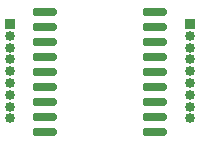
<source format=gbr>
%TF.GenerationSoftware,KiCad,Pcbnew,(5.1.9)-1*%
%TF.CreationDate,2021-09-05T15:15:44+02:00*%
%TF.ProjectId,SO-18-WIDE,534f2d31-382d-4574-9944-452e6b696361,rev?*%
%TF.SameCoordinates,Original*%
%TF.FileFunction,Soldermask,Top*%
%TF.FilePolarity,Negative*%
%FSLAX46Y46*%
G04 Gerber Fmt 4.6, Leading zero omitted, Abs format (unit mm)*
G04 Created by KiCad (PCBNEW (5.1.9)-1) date 2021-09-05 15:15:44*
%MOMM*%
%LPD*%
G01*
G04 APERTURE LIST*
%ADD10R,0.850000X0.850000*%
%ADD11O,0.850000X0.850000*%
G04 APERTURE END LIST*
D10*
%TO.C,REF\u002A\u002A*%
X139700000Y-78740000D03*
D11*
X139700000Y-79740000D03*
X139700000Y-80740000D03*
X139700000Y-81740000D03*
X139700000Y-82740000D03*
X139700000Y-83740000D03*
X139700000Y-84740000D03*
X139700000Y-85740000D03*
X139700000Y-86740000D03*
%TD*%
%TO.C,REF\u002A\u002A*%
X124460000Y-86740000D03*
X124460000Y-85740000D03*
X124460000Y-84740000D03*
X124460000Y-83740000D03*
X124460000Y-82740000D03*
X124460000Y-81740000D03*
X124460000Y-80740000D03*
X124460000Y-79740000D03*
D10*
X124460000Y-78740000D03*
%TD*%
%TO.C,REF\u002A\u002A*%
G36*
G01*
X135705000Y-77874000D02*
X135705000Y-77574000D01*
G75*
G02*
X135855000Y-77424000I150000J0D01*
G01*
X137605000Y-77424000D01*
G75*
G02*
X137755000Y-77574000I0J-150000D01*
G01*
X137755000Y-77874000D01*
G75*
G02*
X137605000Y-78024000I-150000J0D01*
G01*
X135855000Y-78024000D01*
G75*
G02*
X135705000Y-77874000I0J150000D01*
G01*
G37*
G36*
G01*
X135705000Y-79144000D02*
X135705000Y-78844000D01*
G75*
G02*
X135855000Y-78694000I150000J0D01*
G01*
X137605000Y-78694000D01*
G75*
G02*
X137755000Y-78844000I0J-150000D01*
G01*
X137755000Y-79144000D01*
G75*
G02*
X137605000Y-79294000I-150000J0D01*
G01*
X135855000Y-79294000D01*
G75*
G02*
X135705000Y-79144000I0J150000D01*
G01*
G37*
G36*
G01*
X135705000Y-80414000D02*
X135705000Y-80114000D01*
G75*
G02*
X135855000Y-79964000I150000J0D01*
G01*
X137605000Y-79964000D01*
G75*
G02*
X137755000Y-80114000I0J-150000D01*
G01*
X137755000Y-80414000D01*
G75*
G02*
X137605000Y-80564000I-150000J0D01*
G01*
X135855000Y-80564000D01*
G75*
G02*
X135705000Y-80414000I0J150000D01*
G01*
G37*
G36*
G01*
X135705000Y-81684000D02*
X135705000Y-81384000D01*
G75*
G02*
X135855000Y-81234000I150000J0D01*
G01*
X137605000Y-81234000D01*
G75*
G02*
X137755000Y-81384000I0J-150000D01*
G01*
X137755000Y-81684000D01*
G75*
G02*
X137605000Y-81834000I-150000J0D01*
G01*
X135855000Y-81834000D01*
G75*
G02*
X135705000Y-81684000I0J150000D01*
G01*
G37*
G36*
G01*
X135705000Y-82954000D02*
X135705000Y-82654000D01*
G75*
G02*
X135855000Y-82504000I150000J0D01*
G01*
X137605000Y-82504000D01*
G75*
G02*
X137755000Y-82654000I0J-150000D01*
G01*
X137755000Y-82954000D01*
G75*
G02*
X137605000Y-83104000I-150000J0D01*
G01*
X135855000Y-83104000D01*
G75*
G02*
X135705000Y-82954000I0J150000D01*
G01*
G37*
G36*
G01*
X135705000Y-84224000D02*
X135705000Y-83924000D01*
G75*
G02*
X135855000Y-83774000I150000J0D01*
G01*
X137605000Y-83774000D01*
G75*
G02*
X137755000Y-83924000I0J-150000D01*
G01*
X137755000Y-84224000D01*
G75*
G02*
X137605000Y-84374000I-150000J0D01*
G01*
X135855000Y-84374000D01*
G75*
G02*
X135705000Y-84224000I0J150000D01*
G01*
G37*
G36*
G01*
X135705000Y-85494000D02*
X135705000Y-85194000D01*
G75*
G02*
X135855000Y-85044000I150000J0D01*
G01*
X137605000Y-85044000D01*
G75*
G02*
X137755000Y-85194000I0J-150000D01*
G01*
X137755000Y-85494000D01*
G75*
G02*
X137605000Y-85644000I-150000J0D01*
G01*
X135855000Y-85644000D01*
G75*
G02*
X135705000Y-85494000I0J150000D01*
G01*
G37*
G36*
G01*
X135705000Y-86764000D02*
X135705000Y-86464000D01*
G75*
G02*
X135855000Y-86314000I150000J0D01*
G01*
X137605000Y-86314000D01*
G75*
G02*
X137755000Y-86464000I0J-150000D01*
G01*
X137755000Y-86764000D01*
G75*
G02*
X137605000Y-86914000I-150000J0D01*
G01*
X135855000Y-86914000D01*
G75*
G02*
X135705000Y-86764000I0J150000D01*
G01*
G37*
G36*
G01*
X135705000Y-88034000D02*
X135705000Y-87734000D01*
G75*
G02*
X135855000Y-87584000I150000J0D01*
G01*
X137605000Y-87584000D01*
G75*
G02*
X137755000Y-87734000I0J-150000D01*
G01*
X137755000Y-88034000D01*
G75*
G02*
X137605000Y-88184000I-150000J0D01*
G01*
X135855000Y-88184000D01*
G75*
G02*
X135705000Y-88034000I0J150000D01*
G01*
G37*
G36*
G01*
X126405000Y-88034000D02*
X126405000Y-87734000D01*
G75*
G02*
X126555000Y-87584000I150000J0D01*
G01*
X128305000Y-87584000D01*
G75*
G02*
X128455000Y-87734000I0J-150000D01*
G01*
X128455000Y-88034000D01*
G75*
G02*
X128305000Y-88184000I-150000J0D01*
G01*
X126555000Y-88184000D01*
G75*
G02*
X126405000Y-88034000I0J150000D01*
G01*
G37*
G36*
G01*
X126405000Y-86764000D02*
X126405000Y-86464000D01*
G75*
G02*
X126555000Y-86314000I150000J0D01*
G01*
X128305000Y-86314000D01*
G75*
G02*
X128455000Y-86464000I0J-150000D01*
G01*
X128455000Y-86764000D01*
G75*
G02*
X128305000Y-86914000I-150000J0D01*
G01*
X126555000Y-86914000D01*
G75*
G02*
X126405000Y-86764000I0J150000D01*
G01*
G37*
G36*
G01*
X126405000Y-85494000D02*
X126405000Y-85194000D01*
G75*
G02*
X126555000Y-85044000I150000J0D01*
G01*
X128305000Y-85044000D01*
G75*
G02*
X128455000Y-85194000I0J-150000D01*
G01*
X128455000Y-85494000D01*
G75*
G02*
X128305000Y-85644000I-150000J0D01*
G01*
X126555000Y-85644000D01*
G75*
G02*
X126405000Y-85494000I0J150000D01*
G01*
G37*
G36*
G01*
X126405000Y-84224000D02*
X126405000Y-83924000D01*
G75*
G02*
X126555000Y-83774000I150000J0D01*
G01*
X128305000Y-83774000D01*
G75*
G02*
X128455000Y-83924000I0J-150000D01*
G01*
X128455000Y-84224000D01*
G75*
G02*
X128305000Y-84374000I-150000J0D01*
G01*
X126555000Y-84374000D01*
G75*
G02*
X126405000Y-84224000I0J150000D01*
G01*
G37*
G36*
G01*
X126405000Y-82954000D02*
X126405000Y-82654000D01*
G75*
G02*
X126555000Y-82504000I150000J0D01*
G01*
X128305000Y-82504000D01*
G75*
G02*
X128455000Y-82654000I0J-150000D01*
G01*
X128455000Y-82954000D01*
G75*
G02*
X128305000Y-83104000I-150000J0D01*
G01*
X126555000Y-83104000D01*
G75*
G02*
X126405000Y-82954000I0J150000D01*
G01*
G37*
G36*
G01*
X126405000Y-81684000D02*
X126405000Y-81384000D01*
G75*
G02*
X126555000Y-81234000I150000J0D01*
G01*
X128305000Y-81234000D01*
G75*
G02*
X128455000Y-81384000I0J-150000D01*
G01*
X128455000Y-81684000D01*
G75*
G02*
X128305000Y-81834000I-150000J0D01*
G01*
X126555000Y-81834000D01*
G75*
G02*
X126405000Y-81684000I0J150000D01*
G01*
G37*
G36*
G01*
X126405000Y-80414000D02*
X126405000Y-80114000D01*
G75*
G02*
X126555000Y-79964000I150000J0D01*
G01*
X128305000Y-79964000D01*
G75*
G02*
X128455000Y-80114000I0J-150000D01*
G01*
X128455000Y-80414000D01*
G75*
G02*
X128305000Y-80564000I-150000J0D01*
G01*
X126555000Y-80564000D01*
G75*
G02*
X126405000Y-80414000I0J150000D01*
G01*
G37*
G36*
G01*
X126405000Y-79144000D02*
X126405000Y-78844000D01*
G75*
G02*
X126555000Y-78694000I150000J0D01*
G01*
X128305000Y-78694000D01*
G75*
G02*
X128455000Y-78844000I0J-150000D01*
G01*
X128455000Y-79144000D01*
G75*
G02*
X128305000Y-79294000I-150000J0D01*
G01*
X126555000Y-79294000D01*
G75*
G02*
X126405000Y-79144000I0J150000D01*
G01*
G37*
G36*
G01*
X126405000Y-77874000D02*
X126405000Y-77574000D01*
G75*
G02*
X126555000Y-77424000I150000J0D01*
G01*
X128305000Y-77424000D01*
G75*
G02*
X128455000Y-77574000I0J-150000D01*
G01*
X128455000Y-77874000D01*
G75*
G02*
X128305000Y-78024000I-150000J0D01*
G01*
X126555000Y-78024000D01*
G75*
G02*
X126405000Y-77874000I0J150000D01*
G01*
G37*
%TD*%
M02*

</source>
